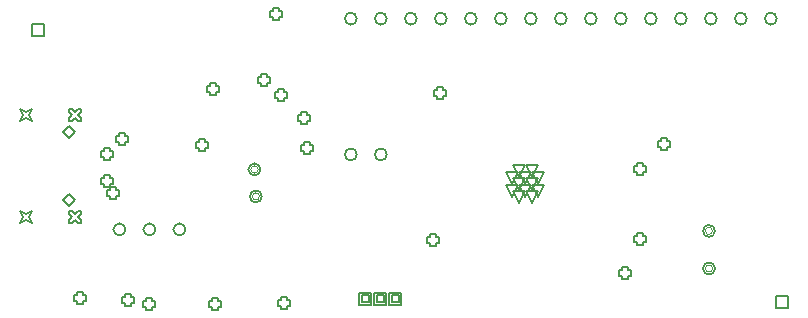
<source format=gbr>
%TF.GenerationSoftware,Altium Limited,Altium Designer,24.0.1 (36)*%
G04 Layer_Color=2752767*
%FSLAX45Y45*%
%MOMM*%
%TF.SameCoordinates,DDEBADB9-0EAF-4DA9-B7D3-1C4C0305AAAB*%
%TF.FilePolarity,Positive*%
%TF.FileFunction,Drawing*%
%TF.Part,Single*%
G01*
G75*
%TA.AperFunction,NonConductor*%
%ADD42C,0.12700*%
%ADD43C,0.10160*%
%ADD86C,0.16933*%
D42*
X4586000Y1350200D02*
X4535200Y1451800D01*
X4636800D01*
X4586000Y1350200D01*
X4476000D02*
X4425200Y1451800D01*
X4526800D01*
X4476000Y1350200D01*
X4531000Y1405200D02*
X4480200Y1506800D01*
X4581800D01*
X4531000Y1405200D01*
X4421000D02*
X4370200Y1506800D01*
X4471800D01*
X4421000Y1405200D01*
X4531000Y1295200D02*
X4480200Y1396800D01*
X4581800D01*
X4531000Y1295200D01*
X4586000Y1240200D02*
X4535200Y1341800D01*
X4636800D01*
X4586000Y1240200D01*
X4476000D02*
X4425200Y1341800D01*
X4526800D01*
X4476000Y1240200D01*
X4421000Y1295200D02*
X4370200Y1396800D01*
X4471800D01*
X4421000Y1295200D01*
X4531000Y1185200D02*
X4480200Y1286800D01*
X4581800D01*
X4531000Y1185200D01*
X4366000Y1350200D02*
X4315200Y1451800D01*
X4416800D01*
X4366000Y1350200D01*
Y1240200D02*
X4315200Y1341800D01*
X4416800D01*
X4366000Y1240200D01*
X4421000Y1185200D02*
X4370200Y1286800D01*
X4471800D01*
X4421000Y1185200D01*
X3073400Y327485D02*
Y429085D01*
X3175000D01*
Y327485D01*
X3073400D01*
X3093720Y347805D02*
Y408765D01*
X3154680D01*
Y347805D01*
X3093720D01*
X3200400Y327485D02*
Y429085D01*
X3302000D01*
Y327485D01*
X3200400D01*
X3220720Y347805D02*
Y408765D01*
X3281680D01*
Y347805D01*
X3220720D01*
X3327400Y327485D02*
Y429085D01*
X3429000D01*
Y327485D01*
X3327400D01*
X3347720Y347805D02*
Y408765D01*
X3408680D01*
Y347805D01*
X3347720D01*
X567200Y1789000D02*
X618000Y1839800D01*
X668800Y1789000D01*
X618000Y1738200D01*
X567200Y1789000D01*
Y1211000D02*
X618000Y1261800D01*
X668800Y1211000D01*
X618000Y1160200D01*
X567200Y1211000D01*
X617200Y1017200D02*
X642600D01*
X668000Y1042600D01*
X693400Y1017200D01*
X718800D01*
Y1042600D01*
X693400Y1068000D01*
X718800Y1093400D01*
Y1118800D01*
X693400D01*
X668000Y1093400D01*
X642600Y1118800D01*
X617200D01*
Y1093400D01*
X642600Y1068000D01*
X617200Y1042600D01*
Y1017200D01*
Y1881200D02*
X642600D01*
X668000Y1906600D01*
X693400Y1881200D01*
X718800D01*
Y1906600D01*
X693400Y1932000D01*
X718800Y1957400D01*
Y1982800D01*
X693400D01*
X668000Y1957400D01*
X642600Y1982800D01*
X617200D01*
Y1957400D01*
X642600Y1932000D01*
X617200Y1906600D01*
Y1881200D01*
X199200Y1017200D02*
X224600Y1068000D01*
X199200Y1118800D01*
X250000Y1093400D01*
X300800Y1118800D01*
X275400Y1068000D01*
X300800Y1017200D01*
X250000Y1042600D01*
X199200Y1017200D01*
Y1881200D02*
X224600Y1932000D01*
X199200Y1982800D01*
X250000Y1957400D01*
X300800Y1982800D01*
X275400Y1932000D01*
X300800Y1881200D01*
X250000Y1906600D01*
X199200Y1881200D01*
X299200Y2599200D02*
Y2700800D01*
X400800D01*
Y2599200D01*
X299200D01*
X6599200Y299200D02*
Y400800D01*
X6700800D01*
Y299200D01*
X6599200D01*
X914400Y1346200D02*
Y1320800D01*
X965200D01*
Y1346200D01*
X990600D01*
Y1397000D01*
X965200D01*
Y1422400D01*
X914400D01*
Y1397000D01*
X889000D01*
Y1346200D01*
X914400D01*
Y1574800D02*
Y1549400D01*
X965200D01*
Y1574800D01*
X990600D01*
Y1625600D01*
X965200D01*
Y1651000D01*
X914400D01*
Y1625600D01*
X889000D01*
Y1574800D01*
X914400D01*
X2339340Y2763520D02*
Y2738120D01*
X2390140D01*
Y2763520D01*
X2415540D01*
Y2814320D01*
X2390140D01*
Y2839720D01*
X2339340D01*
Y2814320D01*
X2313940D01*
Y2763520D01*
X2339340D01*
X2578100Y1879600D02*
Y1854200D01*
X2628900D01*
Y1879600D01*
X2654300D01*
Y1930400D01*
X2628900D01*
Y1955800D01*
X2578100D01*
Y1930400D01*
X2552700D01*
Y1879600D01*
X2578100D01*
X5628640Y1666240D02*
Y1640840D01*
X5679440D01*
Y1666240D01*
X5704840D01*
Y1717040D01*
X5679440D01*
Y1742440D01*
X5628640D01*
Y1717040D01*
X5603240D01*
Y1666240D01*
X5628640D01*
X1092200Y340360D02*
Y314960D01*
X1143000D01*
Y340360D01*
X1168400D01*
Y391160D01*
X1143000D01*
Y416560D01*
X1092200D01*
Y391160D01*
X1066800D01*
Y340360D01*
X1092200D01*
X678300Y361414D02*
Y336014D01*
X729100D01*
Y361414D01*
X754500D01*
Y412214D01*
X729100D01*
Y437614D01*
X678300D01*
Y412214D01*
X652900D01*
Y361414D01*
X678300D01*
X1262500Y311480D02*
Y286080D01*
X1313300D01*
Y311480D01*
X1338700D01*
Y362280D01*
X1313300D01*
Y387680D01*
X1262500D01*
Y362280D01*
X1237100D01*
Y311480D01*
X1262500D01*
X1715080Y1658620D02*
Y1633220D01*
X1765880D01*
Y1658620D01*
X1791280D01*
Y1709420D01*
X1765880D01*
Y1734820D01*
X1715080D01*
Y1709420D01*
X1689680D01*
Y1658620D01*
X1715080D01*
X1811020Y2128520D02*
Y2103120D01*
X1861820D01*
Y2128520D01*
X1887220D01*
Y2179320D01*
X1861820D01*
Y2204720D01*
X1811020D01*
Y2179320D01*
X1785620D01*
Y2128520D01*
X1811020D01*
X2242820Y2207260D02*
Y2181860D01*
X2293620D01*
Y2207260D01*
X2319020D01*
Y2258060D01*
X2293620D01*
Y2283460D01*
X2242820D01*
Y2258060D01*
X2217420D01*
Y2207260D01*
X2242820D01*
X5293360Y571500D02*
Y546100D01*
X5344160D01*
Y571500D01*
X5369560D01*
Y622300D01*
X5344160D01*
Y647700D01*
X5293360D01*
Y622300D01*
X5267960D01*
Y571500D01*
X5293360D01*
X2600960Y1630680D02*
Y1605280D01*
X2651760D01*
Y1630680D01*
X2677160D01*
Y1681480D01*
X2651760D01*
Y1706880D01*
X2600960D01*
Y1681480D01*
X2575560D01*
Y1630680D01*
X2600960D01*
X3670300Y850900D02*
Y825500D01*
X3721100D01*
Y850900D01*
X3746500D01*
Y901700D01*
X3721100D01*
Y927100D01*
X3670300D01*
Y901700D01*
X3644900D01*
Y850900D01*
X3670300D01*
X5420360Y855980D02*
Y830580D01*
X5471160D01*
Y855980D01*
X5496560D01*
Y906780D01*
X5471160D01*
Y932180D01*
X5420360D01*
Y906780D01*
X5394960D01*
Y855980D01*
X5420360D01*
X5421600Y1450600D02*
Y1425200D01*
X5472400D01*
Y1450600D01*
X5497800D01*
Y1501400D01*
X5472400D01*
Y1526800D01*
X5421600D01*
Y1501400D01*
X5396200D01*
Y1450600D01*
X5421600D01*
X965200Y1244600D02*
Y1219200D01*
X1016000D01*
Y1244600D01*
X1041400D01*
Y1295400D01*
X1016000D01*
Y1320800D01*
X965200D01*
Y1295400D01*
X939800D01*
Y1244600D01*
X965200D01*
X3728720Y2095500D02*
Y2070100D01*
X3779520D01*
Y2095500D01*
X3804920D01*
Y2146300D01*
X3779520D01*
Y2171700D01*
X3728720D01*
Y2146300D01*
X3703320D01*
Y2095500D01*
X3728720D01*
X2405500Y317480D02*
Y292080D01*
X2456300D01*
Y317480D01*
X2481700D01*
Y368280D01*
X2456300D01*
Y393680D01*
X2405500D01*
Y368280D01*
X2380100D01*
Y317480D01*
X2405500D01*
X1821300Y311480D02*
Y286080D01*
X1872100D01*
Y311480D01*
X1897500D01*
Y362280D01*
X1872100D01*
Y387680D01*
X1821300D01*
Y362280D01*
X1795900D01*
Y311480D01*
X1821300D01*
X2379980Y2077720D02*
Y2052320D01*
X2430780D01*
Y2077720D01*
X2456180D01*
Y2128520D01*
X2430780D01*
Y2153920D01*
X2379980D01*
Y2128520D01*
X2354580D01*
Y2077720D01*
X2379980D01*
X1037880Y1709420D02*
Y1684020D01*
X1088680D01*
Y1709420D01*
X1114080D01*
Y1760220D01*
X1088680D01*
Y1785620D01*
X1037880D01*
Y1760220D01*
X1012480D01*
Y1709420D01*
X1037880D01*
D43*
X2214880Y1473200D02*
G03*
X2214880Y1473200I-30480J0D01*
G01*
X2226280Y1244600D02*
G03*
X2226280Y1244600I-30480J0D01*
G01*
X6062980Y635000D02*
G03*
X6062980Y635000I-30480J0D01*
G01*
Y952500D02*
G03*
X6062980Y952500I-30480J0D01*
G01*
D86*
X3050800Y1600000D02*
G03*
X3050800Y1600000I-50800J0D01*
G01*
X3304800D02*
G03*
X3304800Y1600000I-50800J0D01*
G01*
X6606800Y2750000D02*
G03*
X6606800Y2750000I-50800J0D01*
G01*
X6352800D02*
G03*
X6352800Y2750000I-50800J0D01*
G01*
X4828800D02*
G03*
X4828800Y2750000I-50800J0D01*
G01*
X4574800D02*
G03*
X4574800Y2750000I-50800J0D01*
G01*
X4320800D02*
G03*
X4320800Y2750000I-50800J0D01*
G01*
X4066800D02*
G03*
X4066800Y2750000I-50800J0D01*
G01*
X3050800D02*
G03*
X3050800Y2750000I-50800J0D01*
G01*
X3304800D02*
G03*
X3304800Y2750000I-50800J0D01*
G01*
X3558800D02*
G03*
X3558800Y2750000I-50800J0D01*
G01*
X3812800D02*
G03*
X3812800Y2750000I-50800J0D01*
G01*
X5082800D02*
G03*
X5082800Y2750000I-50800J0D01*
G01*
X5336800D02*
G03*
X5336800Y2750000I-50800J0D01*
G01*
X5590800D02*
G03*
X5590800Y2750000I-50800J0D01*
G01*
X5844800D02*
G03*
X5844800Y2750000I-50800J0D01*
G01*
X6098800D02*
G03*
X6098800Y2750000I-50800J0D01*
G01*
X1092200Y965200D02*
G03*
X1092200Y965200I-50800J0D01*
G01*
X1346200D02*
G03*
X1346200Y965200I-50800J0D01*
G01*
X1600200D02*
G03*
X1600200Y965200I-50800J0D01*
G01*
X2235200Y1473200D02*
G03*
X2235200Y1473200I-50800J0D01*
G01*
X2246600Y1244600D02*
G03*
X2246600Y1244600I-50800J0D01*
G01*
X6083300Y635000D02*
G03*
X6083300Y635000I-50800J0D01*
G01*
Y952500D02*
G03*
X6083300Y952500I-50800J0D01*
G01*
%TF.MD5,c6b4fef80032f46178ddf378e6ee7004*%
M02*

</source>
